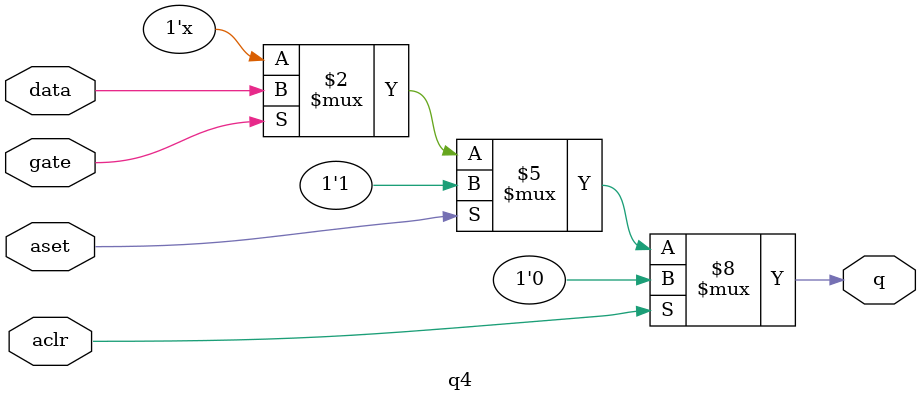
<source format=v>
module q4 #(parameter LAT_WIDTH = 1)(
    input aset,gate,aclr,
    input [LAT_WIDTH-1:0] data,
    output reg [LAT_WIDTH-1:0] q
);


always @(*) begin
    if(aclr) begin
        q <= 0;
    end
    else if(aset) begin
        q <= {LAT_WIDTH{1'b1}};
    end
    else if(gate) begin
        q <= data;
    end
end
endmodule




</source>
